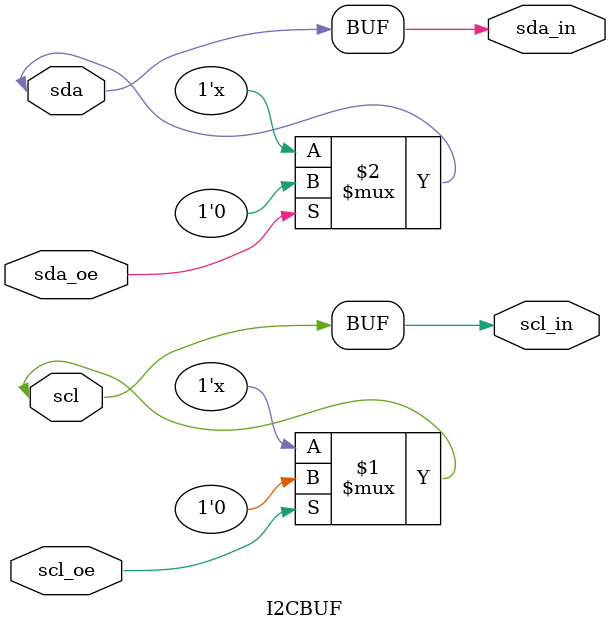
<source format=v>
/* I2cBuf.v


Open-drain buffers for I2C_SCL and I2C_DAT

  September 3, 2022
  Tom McDermott, N5EG

*/

//`ifndef I2CBUF_H
//`define I2CBUF_H

module I2CBUF (
	input  wire sda_oe,
	inout  wire sda,
	output  wire sda_in,
	input  wire scl_oe,
	inout  wire scl,
	output  wire scl_in
);

assign scl_in = scl;
assign scl = scl_oe ? 1'b0 : 1'bz;
assign sda_in = sda;
assign sda = sda_oe ? 1'b0 : 1'bz;


endmodule

//`endif	//I2CBUF_H

</source>
